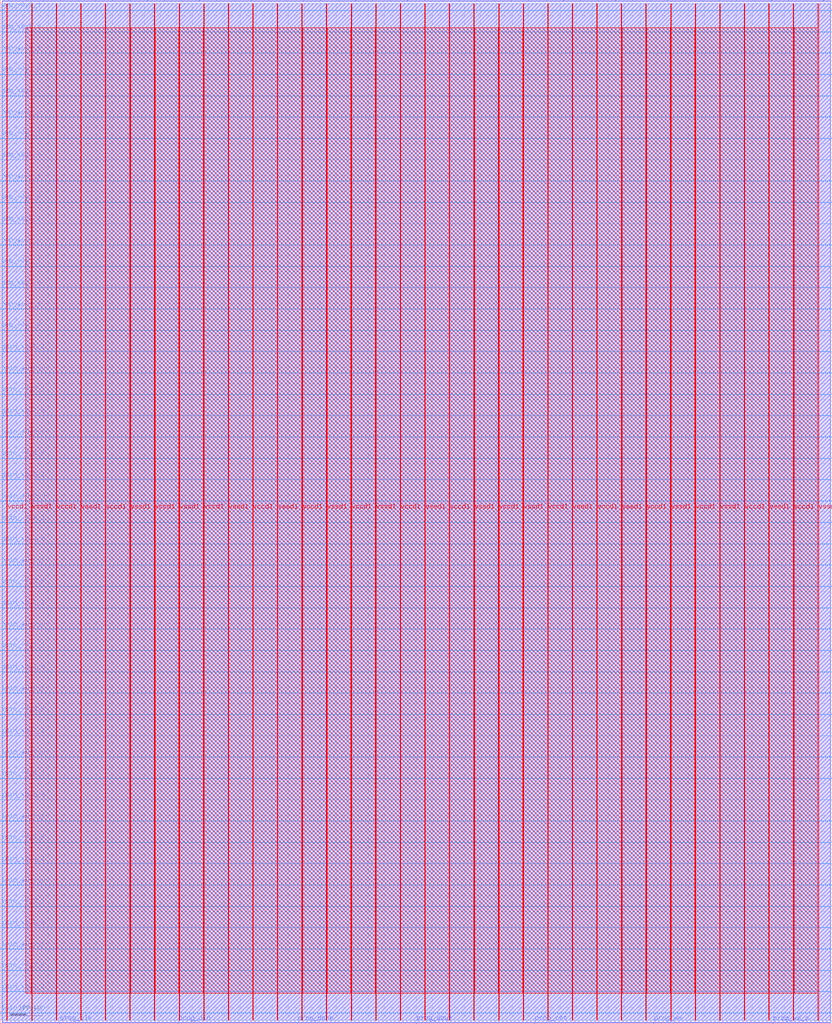
<source format=lef>
VERSION 5.7 ;
  NOWIREEXTENSIONATPIN ON ;
  DIVIDERCHAR "/" ;
  BUSBITCHARS "[]" ;
MACRO top
  CLASS BLOCK ;
  FOREIGN top ;
  ORIGIN 0.000 0.000 ;
  SIZE 2600.000 BY 3200.000 ;
  PIN ipin_x0y1_0
    DIRECTION INPUT ;
    USE SIGNAL ;
    PORT
      LAYER met3 ;
        RECT 0.000 33.360 4.000 33.960 ;
    END
  END ipin_x0y1_0
  PIN ipin_x0y1_1
    DIRECTION INPUT ;
    USE SIGNAL ;
    PORT
      LAYER met3 ;
        RECT 0.000 100.000 4.000 100.600 ;
    END
  END ipin_x0y1_1
  PIN ipin_x0y2_0
    DIRECTION INPUT ;
    USE SIGNAL ;
    PORT
      LAYER met3 ;
        RECT 0.000 166.640 4.000 167.240 ;
    END
  END ipin_x0y2_0
  PIN ipin_x0y2_1
    DIRECTION INPUT ;
    USE SIGNAL ;
    PORT
      LAYER met3 ;
        RECT 0.000 233.280 4.000 233.880 ;
    END
  END ipin_x0y2_1
  PIN ipin_x0y3_0
    DIRECTION INPUT ;
    USE SIGNAL ;
    PORT
      LAYER met3 ;
        RECT 0.000 299.920 4.000 300.520 ;
    END
  END ipin_x0y3_0
  PIN ipin_x0y3_1
    DIRECTION INPUT ;
    USE SIGNAL ;
    PORT
      LAYER met3 ;
        RECT 0.000 366.560 4.000 367.160 ;
    END
  END ipin_x0y3_1
  PIN ipin_x0y4_0
    DIRECTION INPUT ;
    USE SIGNAL ;
    PORT
      LAYER met3 ;
        RECT 0.000 433.200 4.000 433.800 ;
    END
  END ipin_x0y4_0
  PIN ipin_x0y4_1
    DIRECTION INPUT ;
    USE SIGNAL ;
    PORT
      LAYER met3 ;
        RECT 0.000 499.840 4.000 500.440 ;
    END
  END ipin_x0y4_1
  PIN ipin_x0y5_0
    DIRECTION INPUT ;
    USE SIGNAL ;
    PORT
      LAYER met3 ;
        RECT 0.000 566.480 4.000 567.080 ;
    END
  END ipin_x0y5_0
  PIN ipin_x0y5_1
    DIRECTION INPUT ;
    USE SIGNAL ;
    PORT
      LAYER met3 ;
        RECT 0.000 633.120 4.000 633.720 ;
    END
  END ipin_x0y5_1
  PIN ipin_x0y6_0
    DIRECTION INPUT ;
    USE SIGNAL ;
    PORT
      LAYER met3 ;
        RECT 0.000 699.760 4.000 700.360 ;
    END
  END ipin_x0y6_0
  PIN ipin_x0y6_1
    DIRECTION INPUT ;
    USE SIGNAL ;
    PORT
      LAYER met3 ;
        RECT 0.000 766.400 4.000 767.000 ;
    END
  END ipin_x0y6_1
  PIN ipin_x0y7_0
    DIRECTION INPUT ;
    USE SIGNAL ;
    PORT
      LAYER met3 ;
        RECT 0.000 833.040 4.000 833.640 ;
    END
  END ipin_x0y7_0
  PIN ipin_x0y7_1
    DIRECTION INPUT ;
    USE SIGNAL ;
    PORT
      LAYER met3 ;
        RECT 0.000 899.680 4.000 900.280 ;
    END
  END ipin_x0y7_1
  PIN ipin_x0y8_0
    DIRECTION INPUT ;
    USE SIGNAL ;
    PORT
      LAYER met3 ;
        RECT 0.000 966.320 4.000 966.920 ;
    END
  END ipin_x0y8_0
  PIN ipin_x0y8_1
    DIRECTION INPUT ;
    USE SIGNAL ;
    PORT
      LAYER met3 ;
        RECT 0.000 1032.960 4.000 1033.560 ;
    END
  END ipin_x0y8_1
  PIN ipin_x1y9_0
    DIRECTION INPUT ;
    USE SIGNAL ;
    PORT
      LAYER met2 ;
        RECT 26.770 3196.000 27.050 3200.000 ;
    END
  END ipin_x1y9_0
  PIN ipin_x1y9_1
    DIRECTION INPUT ;
    USE SIGNAL ;
    PORT
      LAYER met2 ;
        RECT 80.590 3196.000 80.870 3200.000 ;
    END
  END ipin_x1y9_1
  PIN ipin_x2y9_0
    DIRECTION INPUT ;
    USE SIGNAL ;
    PORT
      LAYER met2 ;
        RECT 134.870 3196.000 135.150 3200.000 ;
    END
  END ipin_x2y9_0
  PIN ipin_x2y9_1
    DIRECTION INPUT ;
    USE SIGNAL ;
    PORT
      LAYER met2 ;
        RECT 189.150 3196.000 189.430 3200.000 ;
    END
  END ipin_x2y9_1
  PIN ipin_x3y9_0
    DIRECTION INPUT ;
    USE SIGNAL ;
    PORT
      LAYER met2 ;
        RECT 243.430 3196.000 243.710 3200.000 ;
    END
  END ipin_x3y9_0
  PIN ipin_x3y9_1
    DIRECTION INPUT ;
    USE SIGNAL ;
    PORT
      LAYER met2 ;
        RECT 297.250 3196.000 297.530 3200.000 ;
    END
  END ipin_x3y9_1
  PIN ipin_x4y9_0
    DIRECTION INPUT ;
    USE SIGNAL ;
    PORT
      LAYER met2 ;
        RECT 351.530 3196.000 351.810 3200.000 ;
    END
  END ipin_x4y9_0
  PIN ipin_x4y9_1
    DIRECTION INPUT ;
    USE SIGNAL ;
    PORT
      LAYER met2 ;
        RECT 405.810 3196.000 406.090 3200.000 ;
    END
  END ipin_x4y9_1
  PIN ipin_x5y9_0
    DIRECTION INPUT ;
    USE SIGNAL ;
    PORT
      LAYER met2 ;
        RECT 460.090 3196.000 460.370 3200.000 ;
    END
  END ipin_x5y9_0
  PIN ipin_x5y9_1
    DIRECTION INPUT ;
    USE SIGNAL ;
    PORT
      LAYER met2 ;
        RECT 513.910 3196.000 514.190 3200.000 ;
    END
  END ipin_x5y9_1
  PIN ipin_x6y9_0
    DIRECTION INPUT ;
    USE SIGNAL ;
    PORT
      LAYER met2 ;
        RECT 568.190 3196.000 568.470 3200.000 ;
    END
  END ipin_x6y9_0
  PIN ipin_x6y9_1
    DIRECTION INPUT ;
    USE SIGNAL ;
    PORT
      LAYER met2 ;
        RECT 622.470 3196.000 622.750 3200.000 ;
    END
  END ipin_x6y9_1
  PIN ipin_x7y9_0
    DIRECTION INPUT ;
    USE SIGNAL ;
    PORT
      LAYER met2 ;
        RECT 676.750 3196.000 677.030 3200.000 ;
    END
  END ipin_x7y9_0
  PIN ipin_x7y9_1
    DIRECTION INPUT ;
    USE SIGNAL ;
    PORT
      LAYER met2 ;
        RECT 730.570 3196.000 730.850 3200.000 ;
    END
  END ipin_x7y9_1
  PIN ipin_x8y9_0
    DIRECTION INPUT ;
    USE SIGNAL ;
    PORT
      LAYER met2 ;
        RECT 784.850 3196.000 785.130 3200.000 ;
    END
  END ipin_x8y9_0
  PIN ipin_x8y9_1
    DIRECTION INPUT ;
    USE SIGNAL ;
    PORT
      LAYER met2 ;
        RECT 839.130 3196.000 839.410 3200.000 ;
    END
  END ipin_x8y9_1
  PIN ipin_x9y1_0
    DIRECTION INPUT ;
    USE SIGNAL ;
    PORT
      LAYER met3 ;
        RECT 2596.000 33.360 2600.000 33.960 ;
    END
  END ipin_x9y1_0
  PIN ipin_x9y1_1
    DIRECTION INPUT ;
    USE SIGNAL ;
    PORT
      LAYER met3 ;
        RECT 2596.000 100.000 2600.000 100.600 ;
    END
  END ipin_x9y1_1
  PIN ipin_x9y2_0
    DIRECTION INPUT ;
    USE SIGNAL ;
    PORT
      LAYER met3 ;
        RECT 2596.000 166.640 2600.000 167.240 ;
    END
  END ipin_x9y2_0
  PIN ipin_x9y2_1
    DIRECTION INPUT ;
    USE SIGNAL ;
    PORT
      LAYER met3 ;
        RECT 2596.000 233.280 2600.000 233.880 ;
    END
  END ipin_x9y2_1
  PIN ipin_x9y3_0
    DIRECTION INPUT ;
    USE SIGNAL ;
    PORT
      LAYER met3 ;
        RECT 2596.000 299.920 2600.000 300.520 ;
    END
  END ipin_x9y3_0
  PIN ipin_x9y3_1
    DIRECTION INPUT ;
    USE SIGNAL ;
    PORT
      LAYER met3 ;
        RECT 2596.000 366.560 2600.000 367.160 ;
    END
  END ipin_x9y3_1
  PIN ipin_x9y4_0
    DIRECTION INPUT ;
    USE SIGNAL ;
    PORT
      LAYER met3 ;
        RECT 2596.000 433.200 2600.000 433.800 ;
    END
  END ipin_x9y4_0
  PIN ipin_x9y4_1
    DIRECTION INPUT ;
    USE SIGNAL ;
    PORT
      LAYER met3 ;
        RECT 2596.000 499.840 2600.000 500.440 ;
    END
  END ipin_x9y4_1
  PIN ipin_x9y5_0
    DIRECTION INPUT ;
    USE SIGNAL ;
    PORT
      LAYER met3 ;
        RECT 2596.000 566.480 2600.000 567.080 ;
    END
  END ipin_x9y5_0
  PIN ipin_x9y5_1
    DIRECTION INPUT ;
    USE SIGNAL ;
    PORT
      LAYER met3 ;
        RECT 2596.000 633.120 2600.000 633.720 ;
    END
  END ipin_x9y5_1
  PIN ipin_x9y6_0
    DIRECTION INPUT ;
    USE SIGNAL ;
    PORT
      LAYER met3 ;
        RECT 2596.000 699.760 2600.000 700.360 ;
    END
  END ipin_x9y6_0
  PIN ipin_x9y6_1
    DIRECTION INPUT ;
    USE SIGNAL ;
    PORT
      LAYER met3 ;
        RECT 2596.000 766.400 2600.000 767.000 ;
    END
  END ipin_x9y6_1
  PIN ipin_x9y7_0
    DIRECTION INPUT ;
    USE SIGNAL ;
    PORT
      LAYER met3 ;
        RECT 2596.000 833.040 2600.000 833.640 ;
    END
  END ipin_x9y7_0
  PIN ipin_x9y7_1
    DIRECTION INPUT ;
    USE SIGNAL ;
    PORT
      LAYER met3 ;
        RECT 2596.000 899.680 2600.000 900.280 ;
    END
  END ipin_x9y7_1
  PIN ipin_x9y8_0
    DIRECTION INPUT ;
    USE SIGNAL ;
    PORT
      LAYER met3 ;
        RECT 2596.000 966.320 2600.000 966.920 ;
    END
  END ipin_x9y8_0
  PIN ipin_x9y8_1
    DIRECTION INPUT ;
    USE SIGNAL ;
    PORT
      LAYER met3 ;
        RECT 2596.000 1032.960 2600.000 1033.560 ;
    END
  END ipin_x9y8_1
  PIN oeb_x0y1_0
    DIRECTION OUTPUT TRISTATE ;
    USE SIGNAL ;
    PORT
      LAYER met3 ;
        RECT 0.000 2166.520 4.000 2167.120 ;
    END
  END oeb_x0y1_0
  PIN oeb_x0y1_1
    DIRECTION OUTPUT TRISTATE ;
    USE SIGNAL ;
    PORT
      LAYER met3 ;
        RECT 0.000 2233.160 4.000 2233.760 ;
    END
  END oeb_x0y1_1
  PIN oeb_x0y2_0
    DIRECTION OUTPUT TRISTATE ;
    USE SIGNAL ;
    PORT
      LAYER met3 ;
        RECT 0.000 2299.800 4.000 2300.400 ;
    END
  END oeb_x0y2_0
  PIN oeb_x0y2_1
    DIRECTION OUTPUT TRISTATE ;
    USE SIGNAL ;
    PORT
      LAYER met3 ;
        RECT 0.000 2366.440 4.000 2367.040 ;
    END
  END oeb_x0y2_1
  PIN oeb_x0y3_0
    DIRECTION OUTPUT TRISTATE ;
    USE SIGNAL ;
    PORT
      LAYER met3 ;
        RECT 0.000 2433.080 4.000 2433.680 ;
    END
  END oeb_x0y3_0
  PIN oeb_x0y3_1
    DIRECTION OUTPUT TRISTATE ;
    USE SIGNAL ;
    PORT
      LAYER met3 ;
        RECT 0.000 2499.720 4.000 2500.320 ;
    END
  END oeb_x0y3_1
  PIN oeb_x0y4_0
    DIRECTION OUTPUT TRISTATE ;
    USE SIGNAL ;
    PORT
      LAYER met3 ;
        RECT 0.000 2566.360 4.000 2566.960 ;
    END
  END oeb_x0y4_0
  PIN oeb_x0y4_1
    DIRECTION OUTPUT TRISTATE ;
    USE SIGNAL ;
    PORT
      LAYER met3 ;
        RECT 0.000 2633.000 4.000 2633.600 ;
    END
  END oeb_x0y4_1
  PIN oeb_x0y5_0
    DIRECTION OUTPUT TRISTATE ;
    USE SIGNAL ;
    PORT
      LAYER met3 ;
        RECT 0.000 2699.640 4.000 2700.240 ;
    END
  END oeb_x0y5_0
  PIN oeb_x0y5_1
    DIRECTION OUTPUT TRISTATE ;
    USE SIGNAL ;
    PORT
      LAYER met3 ;
        RECT 0.000 2766.280 4.000 2766.880 ;
    END
  END oeb_x0y5_1
  PIN oeb_x0y6_0
    DIRECTION OUTPUT TRISTATE ;
    USE SIGNAL ;
    PORT
      LAYER met3 ;
        RECT 0.000 2832.920 4.000 2833.520 ;
    END
  END oeb_x0y6_0
  PIN oeb_x0y6_1
    DIRECTION OUTPUT TRISTATE ;
    USE SIGNAL ;
    PORT
      LAYER met3 ;
        RECT 0.000 2899.560 4.000 2900.160 ;
    END
  END oeb_x0y6_1
  PIN oeb_x0y7_0
    DIRECTION OUTPUT TRISTATE ;
    USE SIGNAL ;
    PORT
      LAYER met3 ;
        RECT 0.000 2966.200 4.000 2966.800 ;
    END
  END oeb_x0y7_0
  PIN oeb_x0y7_1
    DIRECTION OUTPUT TRISTATE ;
    USE SIGNAL ;
    PORT
      LAYER met3 ;
        RECT 0.000 3032.840 4.000 3033.440 ;
    END
  END oeb_x0y7_1
  PIN oeb_x0y8_0
    DIRECTION OUTPUT TRISTATE ;
    USE SIGNAL ;
    PORT
      LAYER met3 ;
        RECT 0.000 3099.480 4.000 3100.080 ;
    END
  END oeb_x0y8_0
  PIN oeb_x0y8_1
    DIRECTION OUTPUT TRISTATE ;
    USE SIGNAL ;
    PORT
      LAYER met3 ;
        RECT 0.000 3166.120 4.000 3166.720 ;
    END
  END oeb_x0y8_1
  PIN oeb_x1y9_0
    DIRECTION OUTPUT TRISTATE ;
    USE SIGNAL ;
    PORT
      LAYER met2 ;
        RECT 1760.050 3196.000 1760.330 3200.000 ;
    END
  END oeb_x1y9_0
  PIN oeb_x1y9_1
    DIRECTION OUTPUT TRISTATE ;
    USE SIGNAL ;
    PORT
      LAYER met2 ;
        RECT 1813.870 3196.000 1814.150 3200.000 ;
    END
  END oeb_x1y9_1
  PIN oeb_x2y9_0
    DIRECTION OUTPUT TRISTATE ;
    USE SIGNAL ;
    PORT
      LAYER met2 ;
        RECT 1868.150 3196.000 1868.430 3200.000 ;
    END
  END oeb_x2y9_0
  PIN oeb_x2y9_1
    DIRECTION OUTPUT TRISTATE ;
    USE SIGNAL ;
    PORT
      LAYER met2 ;
        RECT 1922.430 3196.000 1922.710 3200.000 ;
    END
  END oeb_x2y9_1
  PIN oeb_x3y9_0
    DIRECTION OUTPUT TRISTATE ;
    USE SIGNAL ;
    PORT
      LAYER met2 ;
        RECT 1976.710 3196.000 1976.990 3200.000 ;
    END
  END oeb_x3y9_0
  PIN oeb_x3y9_1
    DIRECTION OUTPUT TRISTATE ;
    USE SIGNAL ;
    PORT
      LAYER met2 ;
        RECT 2030.530 3196.000 2030.810 3200.000 ;
    END
  END oeb_x3y9_1
  PIN oeb_x4y9_0
    DIRECTION OUTPUT TRISTATE ;
    USE SIGNAL ;
    PORT
      LAYER met2 ;
        RECT 2084.810 3196.000 2085.090 3200.000 ;
    END
  END oeb_x4y9_0
  PIN oeb_x4y9_1
    DIRECTION OUTPUT TRISTATE ;
    USE SIGNAL ;
    PORT
      LAYER met2 ;
        RECT 2139.090 3196.000 2139.370 3200.000 ;
    END
  END oeb_x4y9_1
  PIN oeb_x5y9_0
    DIRECTION OUTPUT TRISTATE ;
    USE SIGNAL ;
    PORT
      LAYER met2 ;
        RECT 2193.370 3196.000 2193.650 3200.000 ;
    END
  END oeb_x5y9_0
  PIN oeb_x5y9_1
    DIRECTION OUTPUT TRISTATE ;
    USE SIGNAL ;
    PORT
      LAYER met2 ;
        RECT 2247.190 3196.000 2247.470 3200.000 ;
    END
  END oeb_x5y9_1
  PIN oeb_x6y9_0
    DIRECTION OUTPUT TRISTATE ;
    USE SIGNAL ;
    PORT
      LAYER met2 ;
        RECT 2301.470 3196.000 2301.750 3200.000 ;
    END
  END oeb_x6y9_0
  PIN oeb_x6y9_1
    DIRECTION OUTPUT TRISTATE ;
    USE SIGNAL ;
    PORT
      LAYER met2 ;
        RECT 2355.750 3196.000 2356.030 3200.000 ;
    END
  END oeb_x6y9_1
  PIN oeb_x7y9_0
    DIRECTION OUTPUT TRISTATE ;
    USE SIGNAL ;
    PORT
      LAYER met2 ;
        RECT 2410.030 3196.000 2410.310 3200.000 ;
    END
  END oeb_x7y9_0
  PIN oeb_x7y9_1
    DIRECTION OUTPUT TRISTATE ;
    USE SIGNAL ;
    PORT
      LAYER met2 ;
        RECT 2463.850 3196.000 2464.130 3200.000 ;
    END
  END oeb_x7y9_1
  PIN oeb_x8y9_0
    DIRECTION OUTPUT TRISTATE ;
    USE SIGNAL ;
    PORT
      LAYER met2 ;
        RECT 2518.130 3196.000 2518.410 3200.000 ;
    END
  END oeb_x8y9_0
  PIN oeb_x8y9_1
    DIRECTION OUTPUT TRISTATE ;
    USE SIGNAL ;
    PORT
      LAYER met2 ;
        RECT 2572.410 3196.000 2572.690 3200.000 ;
    END
  END oeb_x8y9_1
  PIN oeb_x9y1_0
    DIRECTION OUTPUT TRISTATE ;
    USE SIGNAL ;
    PORT
      LAYER met3 ;
        RECT 2596.000 2166.520 2600.000 2167.120 ;
    END
  END oeb_x9y1_0
  PIN oeb_x9y1_1
    DIRECTION OUTPUT TRISTATE ;
    USE SIGNAL ;
    PORT
      LAYER met3 ;
        RECT 2596.000 2233.160 2600.000 2233.760 ;
    END
  END oeb_x9y1_1
  PIN oeb_x9y2_0
    DIRECTION OUTPUT TRISTATE ;
    USE SIGNAL ;
    PORT
      LAYER met3 ;
        RECT 2596.000 2299.800 2600.000 2300.400 ;
    END
  END oeb_x9y2_0
  PIN oeb_x9y2_1
    DIRECTION OUTPUT TRISTATE ;
    USE SIGNAL ;
    PORT
      LAYER met3 ;
        RECT 2596.000 2366.440 2600.000 2367.040 ;
    END
  END oeb_x9y2_1
  PIN oeb_x9y3_0
    DIRECTION OUTPUT TRISTATE ;
    USE SIGNAL ;
    PORT
      LAYER met3 ;
        RECT 2596.000 2433.080 2600.000 2433.680 ;
    END
  END oeb_x9y3_0
  PIN oeb_x9y3_1
    DIRECTION OUTPUT TRISTATE ;
    USE SIGNAL ;
    PORT
      LAYER met3 ;
        RECT 2596.000 2499.720 2600.000 2500.320 ;
    END
  END oeb_x9y3_1
  PIN oeb_x9y4_0
    DIRECTION OUTPUT TRISTATE ;
    USE SIGNAL ;
    PORT
      LAYER met3 ;
        RECT 2596.000 2566.360 2600.000 2566.960 ;
    END
  END oeb_x9y4_0
  PIN oeb_x9y4_1
    DIRECTION OUTPUT TRISTATE ;
    USE SIGNAL ;
    PORT
      LAYER met3 ;
        RECT 2596.000 2633.000 2600.000 2633.600 ;
    END
  END oeb_x9y4_1
  PIN oeb_x9y5_0
    DIRECTION OUTPUT TRISTATE ;
    USE SIGNAL ;
    PORT
      LAYER met3 ;
        RECT 2596.000 2699.640 2600.000 2700.240 ;
    END
  END oeb_x9y5_0
  PIN oeb_x9y5_1
    DIRECTION OUTPUT TRISTATE ;
    USE SIGNAL ;
    PORT
      LAYER met3 ;
        RECT 2596.000 2766.280 2600.000 2766.880 ;
    END
  END oeb_x9y5_1
  PIN oeb_x9y6_0
    DIRECTION OUTPUT TRISTATE ;
    USE SIGNAL ;
    PORT
      LAYER met3 ;
        RECT 2596.000 2832.920 2600.000 2833.520 ;
    END
  END oeb_x9y6_0
  PIN oeb_x9y6_1
    DIRECTION OUTPUT TRISTATE ;
    USE SIGNAL ;
    PORT
      LAYER met3 ;
        RECT 2596.000 2899.560 2600.000 2900.160 ;
    END
  END oeb_x9y6_1
  PIN oeb_x9y7_0
    DIRECTION OUTPUT TRISTATE ;
    USE SIGNAL ;
    PORT
      LAYER met3 ;
        RECT 2596.000 2966.200 2600.000 2966.800 ;
    END
  END oeb_x9y7_0
  PIN oeb_x9y7_1
    DIRECTION OUTPUT TRISTATE ;
    USE SIGNAL ;
    PORT
      LAYER met3 ;
        RECT 2596.000 3032.840 2600.000 3033.440 ;
    END
  END oeb_x9y7_1
  PIN oeb_x9y8_0
    DIRECTION OUTPUT TRISTATE ;
    USE SIGNAL ;
    PORT
      LAYER met3 ;
        RECT 2596.000 3099.480 2600.000 3100.080 ;
    END
  END oeb_x9y8_0
  PIN oeb_x9y8_1
    DIRECTION OUTPUT TRISTATE ;
    USE SIGNAL ;
    PORT
      LAYER met3 ;
        RECT 2596.000 3166.120 2600.000 3166.720 ;
    END
  END oeb_x9y8_1
  PIN opin_x0y1_0
    DIRECTION OUTPUT TRISTATE ;
    USE SIGNAL ;
    PORT
      LAYER met3 ;
        RECT 0.000 1099.600 4.000 1100.200 ;
    END
  END opin_x0y1_0
  PIN opin_x0y1_1
    DIRECTION OUTPUT TRISTATE ;
    USE SIGNAL ;
    PORT
      LAYER met3 ;
        RECT 0.000 1166.240 4.000 1166.840 ;
    END
  END opin_x0y1_1
  PIN opin_x0y2_0
    DIRECTION OUTPUT TRISTATE ;
    USE SIGNAL ;
    PORT
      LAYER met3 ;
        RECT 0.000 1232.880 4.000 1233.480 ;
    END
  END opin_x0y2_0
  PIN opin_x0y2_1
    DIRECTION OUTPUT TRISTATE ;
    USE SIGNAL ;
    PORT
      LAYER met3 ;
        RECT 0.000 1299.520 4.000 1300.120 ;
    END
  END opin_x0y2_1
  PIN opin_x0y3_0
    DIRECTION OUTPUT TRISTATE ;
    USE SIGNAL ;
    PORT
      LAYER met3 ;
        RECT 0.000 1366.160 4.000 1366.760 ;
    END
  END opin_x0y3_0
  PIN opin_x0y3_1
    DIRECTION OUTPUT TRISTATE ;
    USE SIGNAL ;
    PORT
      LAYER met3 ;
        RECT 0.000 1432.800 4.000 1433.400 ;
    END
  END opin_x0y3_1
  PIN opin_x0y4_0
    DIRECTION OUTPUT TRISTATE ;
    USE SIGNAL ;
    PORT
      LAYER met3 ;
        RECT 0.000 1499.440 4.000 1500.040 ;
    END
  END opin_x0y4_0
  PIN opin_x0y4_1
    DIRECTION OUTPUT TRISTATE ;
    USE SIGNAL ;
    PORT
      LAYER met3 ;
        RECT 0.000 1566.080 4.000 1566.680 ;
    END
  END opin_x0y4_1
  PIN opin_x0y5_0
    DIRECTION OUTPUT TRISTATE ;
    USE SIGNAL ;
    PORT
      LAYER met3 ;
        RECT 0.000 1633.400 4.000 1634.000 ;
    END
  END opin_x0y5_0
  PIN opin_x0y5_1
    DIRECTION OUTPUT TRISTATE ;
    USE SIGNAL ;
    PORT
      LAYER met3 ;
        RECT 0.000 1700.040 4.000 1700.640 ;
    END
  END opin_x0y5_1
  PIN opin_x0y6_0
    DIRECTION OUTPUT TRISTATE ;
    USE SIGNAL ;
    PORT
      LAYER met3 ;
        RECT 0.000 1766.680 4.000 1767.280 ;
    END
  END opin_x0y6_0
  PIN opin_x0y6_1
    DIRECTION OUTPUT TRISTATE ;
    USE SIGNAL ;
    PORT
      LAYER met3 ;
        RECT 0.000 1833.320 4.000 1833.920 ;
    END
  END opin_x0y6_1
  PIN opin_x0y7_0
    DIRECTION OUTPUT TRISTATE ;
    USE SIGNAL ;
    PORT
      LAYER met3 ;
        RECT 0.000 1899.960 4.000 1900.560 ;
    END
  END opin_x0y7_0
  PIN opin_x0y7_1
    DIRECTION OUTPUT TRISTATE ;
    USE SIGNAL ;
    PORT
      LAYER met3 ;
        RECT 0.000 1966.600 4.000 1967.200 ;
    END
  END opin_x0y7_1
  PIN opin_x0y8_0
    DIRECTION OUTPUT TRISTATE ;
    USE SIGNAL ;
    PORT
      LAYER met3 ;
        RECT 0.000 2033.240 4.000 2033.840 ;
    END
  END opin_x0y8_0
  PIN opin_x0y8_1
    DIRECTION OUTPUT TRISTATE ;
    USE SIGNAL ;
    PORT
      LAYER met3 ;
        RECT 0.000 2099.880 4.000 2100.480 ;
    END
  END opin_x0y8_1
  PIN opin_x1y9_0
    DIRECTION OUTPUT TRISTATE ;
    USE SIGNAL ;
    PORT
      LAYER met2 ;
        RECT 893.410 3196.000 893.690 3200.000 ;
    END
  END opin_x1y9_0
  PIN opin_x1y9_1
    DIRECTION OUTPUT TRISTATE ;
    USE SIGNAL ;
    PORT
      LAYER met2 ;
        RECT 947.230 3196.000 947.510 3200.000 ;
    END
  END opin_x1y9_1
  PIN opin_x2y9_0
    DIRECTION OUTPUT TRISTATE ;
    USE SIGNAL ;
    PORT
      LAYER met2 ;
        RECT 1001.510 3196.000 1001.790 3200.000 ;
    END
  END opin_x2y9_0
  PIN opin_x2y9_1
    DIRECTION OUTPUT TRISTATE ;
    USE SIGNAL ;
    PORT
      LAYER met2 ;
        RECT 1055.790 3196.000 1056.070 3200.000 ;
    END
  END opin_x2y9_1
  PIN opin_x3y9_0
    DIRECTION OUTPUT TRISTATE ;
    USE SIGNAL ;
    PORT
      LAYER met2 ;
        RECT 1110.070 3196.000 1110.350 3200.000 ;
    END
  END opin_x3y9_0
  PIN opin_x3y9_1
    DIRECTION OUTPUT TRISTATE ;
    USE SIGNAL ;
    PORT
      LAYER met2 ;
        RECT 1163.890 3196.000 1164.170 3200.000 ;
    END
  END opin_x3y9_1
  PIN opin_x4y9_0
    DIRECTION OUTPUT TRISTATE ;
    USE SIGNAL ;
    PORT
      LAYER met2 ;
        RECT 1218.170 3196.000 1218.450 3200.000 ;
    END
  END opin_x4y9_0
  PIN opin_x4y9_1
    DIRECTION OUTPUT TRISTATE ;
    USE SIGNAL ;
    PORT
      LAYER met2 ;
        RECT 1272.450 3196.000 1272.730 3200.000 ;
    END
  END opin_x4y9_1
  PIN opin_x5y9_0
    DIRECTION OUTPUT TRISTATE ;
    USE SIGNAL ;
    PORT
      LAYER met2 ;
        RECT 1326.730 3196.000 1327.010 3200.000 ;
    END
  END opin_x5y9_0
  PIN opin_x5y9_1
    DIRECTION OUTPUT TRISTATE ;
    USE SIGNAL ;
    PORT
      LAYER met2 ;
        RECT 1380.550 3196.000 1380.830 3200.000 ;
    END
  END opin_x5y9_1
  PIN opin_x6y9_0
    DIRECTION OUTPUT TRISTATE ;
    USE SIGNAL ;
    PORT
      LAYER met2 ;
        RECT 1434.830 3196.000 1435.110 3200.000 ;
    END
  END opin_x6y9_0
  PIN opin_x6y9_1
    DIRECTION OUTPUT TRISTATE ;
    USE SIGNAL ;
    PORT
      LAYER met2 ;
        RECT 1489.110 3196.000 1489.390 3200.000 ;
    END
  END opin_x6y9_1
  PIN opin_x7y9_0
    DIRECTION OUTPUT TRISTATE ;
    USE SIGNAL ;
    PORT
      LAYER met2 ;
        RECT 1543.390 3196.000 1543.670 3200.000 ;
    END
  END opin_x7y9_0
  PIN opin_x7y9_1
    DIRECTION OUTPUT TRISTATE ;
    USE SIGNAL ;
    PORT
      LAYER met2 ;
        RECT 1597.210 3196.000 1597.490 3200.000 ;
    END
  END opin_x7y9_1
  PIN opin_x8y9_0
    DIRECTION OUTPUT TRISTATE ;
    USE SIGNAL ;
    PORT
      LAYER met2 ;
        RECT 1651.490 3196.000 1651.770 3200.000 ;
    END
  END opin_x8y9_0
  PIN opin_x8y9_1
    DIRECTION OUTPUT TRISTATE ;
    USE SIGNAL ;
    PORT
      LAYER met2 ;
        RECT 1705.770 3196.000 1706.050 3200.000 ;
    END
  END opin_x8y9_1
  PIN opin_x9y1_0
    DIRECTION OUTPUT TRISTATE ;
    USE SIGNAL ;
    PORT
      LAYER met3 ;
        RECT 2596.000 1099.600 2600.000 1100.200 ;
    END
  END opin_x9y1_0
  PIN opin_x9y1_1
    DIRECTION OUTPUT TRISTATE ;
    USE SIGNAL ;
    PORT
      LAYER met3 ;
        RECT 2596.000 1166.240 2600.000 1166.840 ;
    END
  END opin_x9y1_1
  PIN opin_x9y2_0
    DIRECTION OUTPUT TRISTATE ;
    USE SIGNAL ;
    PORT
      LAYER met3 ;
        RECT 2596.000 1232.880 2600.000 1233.480 ;
    END
  END opin_x9y2_0
  PIN opin_x9y2_1
    DIRECTION OUTPUT TRISTATE ;
    USE SIGNAL ;
    PORT
      LAYER met3 ;
        RECT 2596.000 1299.520 2600.000 1300.120 ;
    END
  END opin_x9y2_1
  PIN opin_x9y3_0
    DIRECTION OUTPUT TRISTATE ;
    USE SIGNAL ;
    PORT
      LAYER met3 ;
        RECT 2596.000 1366.160 2600.000 1366.760 ;
    END
  END opin_x9y3_0
  PIN opin_x9y3_1
    DIRECTION OUTPUT TRISTATE ;
    USE SIGNAL ;
    PORT
      LAYER met3 ;
        RECT 2596.000 1432.800 2600.000 1433.400 ;
    END
  END opin_x9y3_1
  PIN opin_x9y4_0
    DIRECTION OUTPUT TRISTATE ;
    USE SIGNAL ;
    PORT
      LAYER met3 ;
        RECT 2596.000 1499.440 2600.000 1500.040 ;
    END
  END opin_x9y4_0
  PIN opin_x9y4_1
    DIRECTION OUTPUT TRISTATE ;
    USE SIGNAL ;
    PORT
      LAYER met3 ;
        RECT 2596.000 1566.080 2600.000 1566.680 ;
    END
  END opin_x9y4_1
  PIN opin_x9y5_0
    DIRECTION OUTPUT TRISTATE ;
    USE SIGNAL ;
    PORT
      LAYER met3 ;
        RECT 2596.000 1633.400 2600.000 1634.000 ;
    END
  END opin_x9y5_0
  PIN opin_x9y5_1
    DIRECTION OUTPUT TRISTATE ;
    USE SIGNAL ;
    PORT
      LAYER met3 ;
        RECT 2596.000 1700.040 2600.000 1700.640 ;
    END
  END opin_x9y5_1
  PIN opin_x9y6_0
    DIRECTION OUTPUT TRISTATE ;
    USE SIGNAL ;
    PORT
      LAYER met3 ;
        RECT 2596.000 1766.680 2600.000 1767.280 ;
    END
  END opin_x9y6_0
  PIN opin_x9y6_1
    DIRECTION OUTPUT TRISTATE ;
    USE SIGNAL ;
    PORT
      LAYER met3 ;
        RECT 2596.000 1833.320 2600.000 1833.920 ;
    END
  END opin_x9y6_1
  PIN opin_x9y7_0
    DIRECTION OUTPUT TRISTATE ;
    USE SIGNAL ;
    PORT
      LAYER met3 ;
        RECT 2596.000 1899.960 2600.000 1900.560 ;
    END
  END opin_x9y7_0
  PIN opin_x9y7_1
    DIRECTION OUTPUT TRISTATE ;
    USE SIGNAL ;
    PORT
      LAYER met3 ;
        RECT 2596.000 1966.600 2600.000 1967.200 ;
    END
  END opin_x9y7_1
  PIN opin_x9y8_0
    DIRECTION OUTPUT TRISTATE ;
    USE SIGNAL ;
    PORT
      LAYER met3 ;
        RECT 2596.000 2033.240 2600.000 2033.840 ;
    END
  END opin_x9y8_0
  PIN opin_x9y8_1
    DIRECTION OUTPUT TRISTATE ;
    USE SIGNAL ;
    PORT
      LAYER met3 ;
        RECT 2596.000 2099.880 2600.000 2100.480 ;
    END
  END opin_x9y8_1
  PIN prog_clk
    DIRECTION INPUT ;
    USE SIGNAL ;
    PORT
      LAYER met2 ;
        RECT 185.470 0.000 185.750 4.000 ;
    END
  END prog_clk
  PIN prog_din
    DIRECTION INPUT ;
    USE SIGNAL ;
    PORT
      LAYER met2 ;
        RECT 556.690 0.000 556.970 4.000 ;
    END
  END prog_din
  PIN prog_done
    DIRECTION INPUT ;
    USE SIGNAL ;
    PORT
      LAYER met2 ;
        RECT 927.910 0.000 928.190 4.000 ;
    END
  END prog_done
  PIN prog_dout
    DIRECTION OUTPUT TRISTATE ;
    USE SIGNAL ;
    PORT
      LAYER met2 ;
        RECT 1299.590 0.000 1299.870 4.000 ;
    END
  END prog_dout
  PIN prog_rst
    DIRECTION INPUT ;
    USE SIGNAL ;
    PORT
      LAYER met2 ;
        RECT 1670.810 0.000 1671.090 4.000 ;
    END
  END prog_rst
  PIN prog_we
    DIRECTION INPUT ;
    USE SIGNAL ;
    PORT
      LAYER met2 ;
        RECT 2042.490 0.000 2042.770 4.000 ;
    END
  END prog_we
  PIN prog_we_o
    DIRECTION OUTPUT TRISTATE ;
    USE SIGNAL ;
    PORT
      LAYER met2 ;
        RECT 2413.710 0.000 2413.990 4.000 ;
    END
  END prog_we_o
  PIN vccd1
    DIRECTION INPUT ;
    USE POWER ;
    PORT
      LAYER met4 ;
        RECT 21.040 10.640 22.640 3188.080 ;
    END
    PORT
      LAYER met4 ;
        RECT 174.640 10.640 176.240 3188.080 ;
    END
    PORT
      LAYER met4 ;
        RECT 328.240 10.640 329.840 3188.080 ;
    END
    PORT
      LAYER met4 ;
        RECT 481.840 10.640 483.440 3188.080 ;
    END
    PORT
      LAYER met4 ;
        RECT 635.440 10.640 637.040 3188.080 ;
    END
    PORT
      LAYER met4 ;
        RECT 789.040 10.640 790.640 3188.080 ;
    END
    PORT
      LAYER met4 ;
        RECT 942.640 10.640 944.240 3188.080 ;
    END
    PORT
      LAYER met4 ;
        RECT 1096.240 10.640 1097.840 3188.080 ;
    END
    PORT
      LAYER met4 ;
        RECT 1249.840 10.640 1251.440 3188.080 ;
    END
    PORT
      LAYER met4 ;
        RECT 1403.440 10.640 1405.040 3188.080 ;
    END
    PORT
      LAYER met4 ;
        RECT 1557.040 10.640 1558.640 3188.080 ;
    END
    PORT
      LAYER met4 ;
        RECT 1710.640 10.640 1712.240 3188.080 ;
    END
    PORT
      LAYER met4 ;
        RECT 1864.240 10.640 1865.840 3188.080 ;
    END
    PORT
      LAYER met4 ;
        RECT 2017.840 10.640 2019.440 3188.080 ;
    END
    PORT
      LAYER met4 ;
        RECT 2171.440 10.640 2173.040 3188.080 ;
    END
    PORT
      LAYER met4 ;
        RECT 2325.040 10.640 2326.640 3188.080 ;
    END
    PORT
      LAYER met4 ;
        RECT 2478.640 10.640 2480.240 3188.080 ;
    END
  END vccd1
  PIN vssd1
    DIRECTION INPUT ;
    USE GROUND ;
    PORT
      LAYER met4 ;
        RECT 97.840 10.640 99.440 3188.080 ;
    END
    PORT
      LAYER met4 ;
        RECT 251.440 10.640 253.040 3188.080 ;
    END
    PORT
      LAYER met4 ;
        RECT 405.040 10.640 406.640 3188.080 ;
    END
    PORT
      LAYER met4 ;
        RECT 558.640 10.640 560.240 3188.080 ;
    END
    PORT
      LAYER met4 ;
        RECT 712.240 10.640 713.840 3188.080 ;
    END
    PORT
      LAYER met4 ;
        RECT 865.840 10.640 867.440 3188.080 ;
    END
    PORT
      LAYER met4 ;
        RECT 1019.440 10.640 1021.040 3188.080 ;
    END
    PORT
      LAYER met4 ;
        RECT 1173.040 10.640 1174.640 3188.080 ;
    END
    PORT
      LAYER met4 ;
        RECT 1326.640 10.640 1328.240 3188.080 ;
    END
    PORT
      LAYER met4 ;
        RECT 1480.240 10.640 1481.840 3188.080 ;
    END
    PORT
      LAYER met4 ;
        RECT 1633.840 10.640 1635.440 3188.080 ;
    END
    PORT
      LAYER met4 ;
        RECT 1787.440 10.640 1789.040 3188.080 ;
    END
    PORT
      LAYER met4 ;
        RECT 1941.040 10.640 1942.640 3188.080 ;
    END
    PORT
      LAYER met4 ;
        RECT 2094.640 10.640 2096.240 3188.080 ;
    END
    PORT
      LAYER met4 ;
        RECT 2248.240 10.640 2249.840 3188.080 ;
    END
    PORT
      LAYER met4 ;
        RECT 2401.840 10.640 2403.440 3188.080 ;
    END
    PORT
      LAYER met4 ;
        RECT 2555.440 10.640 2557.040 3188.080 ;
    END
  END vssd1
  OBS
      LAYER li1 ;
        RECT 5.520 10.795 2594.400 3187.925 ;
      LAYER met1 ;
        RECT 5.520 10.640 2595.710 3188.080 ;
      LAYER met2 ;
        RECT 6.990 3195.720 26.490 3196.410 ;
        RECT 27.330 3195.720 80.310 3196.410 ;
        RECT 81.150 3195.720 134.590 3196.410 ;
        RECT 135.430 3195.720 188.870 3196.410 ;
        RECT 189.710 3195.720 243.150 3196.410 ;
        RECT 243.990 3195.720 296.970 3196.410 ;
        RECT 297.810 3195.720 351.250 3196.410 ;
        RECT 352.090 3195.720 405.530 3196.410 ;
        RECT 406.370 3195.720 459.810 3196.410 ;
        RECT 460.650 3195.720 513.630 3196.410 ;
        RECT 514.470 3195.720 567.910 3196.410 ;
        RECT 568.750 3195.720 622.190 3196.410 ;
        RECT 623.030 3195.720 676.470 3196.410 ;
        RECT 677.310 3195.720 730.290 3196.410 ;
        RECT 731.130 3195.720 784.570 3196.410 ;
        RECT 785.410 3195.720 838.850 3196.410 ;
        RECT 839.690 3195.720 893.130 3196.410 ;
        RECT 893.970 3195.720 946.950 3196.410 ;
        RECT 947.790 3195.720 1001.230 3196.410 ;
        RECT 1002.070 3195.720 1055.510 3196.410 ;
        RECT 1056.350 3195.720 1109.790 3196.410 ;
        RECT 1110.630 3195.720 1163.610 3196.410 ;
        RECT 1164.450 3195.720 1217.890 3196.410 ;
        RECT 1218.730 3195.720 1272.170 3196.410 ;
        RECT 1273.010 3195.720 1326.450 3196.410 ;
        RECT 1327.290 3195.720 1380.270 3196.410 ;
        RECT 1381.110 3195.720 1434.550 3196.410 ;
        RECT 1435.390 3195.720 1488.830 3196.410 ;
        RECT 1489.670 3195.720 1543.110 3196.410 ;
        RECT 1543.950 3195.720 1596.930 3196.410 ;
        RECT 1597.770 3195.720 1651.210 3196.410 ;
        RECT 1652.050 3195.720 1705.490 3196.410 ;
        RECT 1706.330 3195.720 1759.770 3196.410 ;
        RECT 1760.610 3195.720 1813.590 3196.410 ;
        RECT 1814.430 3195.720 1867.870 3196.410 ;
        RECT 1868.710 3195.720 1922.150 3196.410 ;
        RECT 1922.990 3195.720 1976.430 3196.410 ;
        RECT 1977.270 3195.720 2030.250 3196.410 ;
        RECT 2031.090 3195.720 2084.530 3196.410 ;
        RECT 2085.370 3195.720 2138.810 3196.410 ;
        RECT 2139.650 3195.720 2193.090 3196.410 ;
        RECT 2193.930 3195.720 2246.910 3196.410 ;
        RECT 2247.750 3195.720 2301.190 3196.410 ;
        RECT 2302.030 3195.720 2355.470 3196.410 ;
        RECT 2356.310 3195.720 2409.750 3196.410 ;
        RECT 2410.590 3195.720 2463.570 3196.410 ;
        RECT 2464.410 3195.720 2517.850 3196.410 ;
        RECT 2518.690 3195.720 2572.130 3196.410 ;
        RECT 2572.970 3195.720 2595.680 3196.410 ;
        RECT 6.990 4.280 2595.680 3195.720 ;
        RECT 6.990 3.670 185.190 4.280 ;
        RECT 186.030 3.670 556.410 4.280 ;
        RECT 557.250 3.670 927.630 4.280 ;
        RECT 928.470 3.670 1299.310 4.280 ;
        RECT 1300.150 3.670 1670.530 4.280 ;
        RECT 1671.370 3.670 2042.210 4.280 ;
        RECT 2043.050 3.670 2413.430 4.280 ;
        RECT 2414.270 3.670 2595.680 4.280 ;
      LAYER met3 ;
        RECT 4.000 3167.120 2596.000 3188.005 ;
        RECT 4.400 3165.720 2595.600 3167.120 ;
        RECT 4.000 3100.480 2596.000 3165.720 ;
        RECT 4.400 3099.080 2595.600 3100.480 ;
        RECT 4.000 3033.840 2596.000 3099.080 ;
        RECT 4.400 3032.440 2595.600 3033.840 ;
        RECT 4.000 2967.200 2596.000 3032.440 ;
        RECT 4.400 2965.800 2595.600 2967.200 ;
        RECT 4.000 2900.560 2596.000 2965.800 ;
        RECT 4.400 2899.160 2595.600 2900.560 ;
        RECT 4.000 2833.920 2596.000 2899.160 ;
        RECT 4.400 2832.520 2595.600 2833.920 ;
        RECT 4.000 2767.280 2596.000 2832.520 ;
        RECT 4.400 2765.880 2595.600 2767.280 ;
        RECT 4.000 2700.640 2596.000 2765.880 ;
        RECT 4.400 2699.240 2595.600 2700.640 ;
        RECT 4.000 2634.000 2596.000 2699.240 ;
        RECT 4.400 2632.600 2595.600 2634.000 ;
        RECT 4.000 2567.360 2596.000 2632.600 ;
        RECT 4.400 2565.960 2595.600 2567.360 ;
        RECT 4.000 2500.720 2596.000 2565.960 ;
        RECT 4.400 2499.320 2595.600 2500.720 ;
        RECT 4.000 2434.080 2596.000 2499.320 ;
        RECT 4.400 2432.680 2595.600 2434.080 ;
        RECT 4.000 2367.440 2596.000 2432.680 ;
        RECT 4.400 2366.040 2595.600 2367.440 ;
        RECT 4.000 2300.800 2596.000 2366.040 ;
        RECT 4.400 2299.400 2595.600 2300.800 ;
        RECT 4.000 2234.160 2596.000 2299.400 ;
        RECT 4.400 2232.760 2595.600 2234.160 ;
        RECT 4.000 2167.520 2596.000 2232.760 ;
        RECT 4.400 2166.120 2595.600 2167.520 ;
        RECT 4.000 2100.880 2596.000 2166.120 ;
        RECT 4.400 2099.480 2595.600 2100.880 ;
        RECT 4.000 2034.240 2596.000 2099.480 ;
        RECT 4.400 2032.840 2595.600 2034.240 ;
        RECT 4.000 1967.600 2596.000 2032.840 ;
        RECT 4.400 1966.200 2595.600 1967.600 ;
        RECT 4.000 1900.960 2596.000 1966.200 ;
        RECT 4.400 1899.560 2595.600 1900.960 ;
        RECT 4.000 1834.320 2596.000 1899.560 ;
        RECT 4.400 1832.920 2595.600 1834.320 ;
        RECT 4.000 1767.680 2596.000 1832.920 ;
        RECT 4.400 1766.280 2595.600 1767.680 ;
        RECT 4.000 1701.040 2596.000 1766.280 ;
        RECT 4.400 1699.640 2595.600 1701.040 ;
        RECT 4.000 1634.400 2596.000 1699.640 ;
        RECT 4.400 1633.000 2595.600 1634.400 ;
        RECT 4.000 1567.080 2596.000 1633.000 ;
        RECT 4.400 1565.680 2595.600 1567.080 ;
        RECT 4.000 1500.440 2596.000 1565.680 ;
        RECT 4.400 1499.040 2595.600 1500.440 ;
        RECT 4.000 1433.800 2596.000 1499.040 ;
        RECT 4.400 1432.400 2595.600 1433.800 ;
        RECT 4.000 1367.160 2596.000 1432.400 ;
        RECT 4.400 1365.760 2595.600 1367.160 ;
        RECT 4.000 1300.520 2596.000 1365.760 ;
        RECT 4.400 1299.120 2595.600 1300.520 ;
        RECT 4.000 1233.880 2596.000 1299.120 ;
        RECT 4.400 1232.480 2595.600 1233.880 ;
        RECT 4.000 1167.240 2596.000 1232.480 ;
        RECT 4.400 1165.840 2595.600 1167.240 ;
        RECT 4.000 1100.600 2596.000 1165.840 ;
        RECT 4.400 1099.200 2595.600 1100.600 ;
        RECT 4.000 1033.960 2596.000 1099.200 ;
        RECT 4.400 1032.560 2595.600 1033.960 ;
        RECT 4.000 967.320 2596.000 1032.560 ;
        RECT 4.400 965.920 2595.600 967.320 ;
        RECT 4.000 900.680 2596.000 965.920 ;
        RECT 4.400 899.280 2595.600 900.680 ;
        RECT 4.000 834.040 2596.000 899.280 ;
        RECT 4.400 832.640 2595.600 834.040 ;
        RECT 4.000 767.400 2596.000 832.640 ;
        RECT 4.400 766.000 2595.600 767.400 ;
        RECT 4.000 700.760 2596.000 766.000 ;
        RECT 4.400 699.360 2595.600 700.760 ;
        RECT 4.000 634.120 2596.000 699.360 ;
        RECT 4.400 632.720 2595.600 634.120 ;
        RECT 4.000 567.480 2596.000 632.720 ;
        RECT 4.400 566.080 2595.600 567.480 ;
        RECT 4.000 500.840 2596.000 566.080 ;
        RECT 4.400 499.440 2595.600 500.840 ;
        RECT 4.000 434.200 2596.000 499.440 ;
        RECT 4.400 432.800 2595.600 434.200 ;
        RECT 4.000 367.560 2596.000 432.800 ;
        RECT 4.400 366.160 2595.600 367.560 ;
        RECT 4.000 300.920 2596.000 366.160 ;
        RECT 4.400 299.520 2595.600 300.920 ;
        RECT 4.000 234.280 2596.000 299.520 ;
        RECT 4.400 232.880 2595.600 234.280 ;
        RECT 4.000 167.640 2596.000 232.880 ;
        RECT 4.400 166.240 2595.600 167.640 ;
        RECT 4.000 101.000 2596.000 166.240 ;
        RECT 4.400 99.600 2595.600 101.000 ;
        RECT 4.000 34.360 2596.000 99.600 ;
        RECT 4.400 32.960 2595.600 34.360 ;
        RECT 4.000 10.715 2596.000 32.960 ;
      LAYER met4 ;
        RECT 79.415 96.055 97.440 3112.185 ;
        RECT 99.840 96.055 174.240 3112.185 ;
        RECT 176.640 96.055 251.040 3112.185 ;
        RECT 253.440 96.055 327.840 3112.185 ;
        RECT 330.240 96.055 404.640 3112.185 ;
        RECT 407.040 96.055 481.440 3112.185 ;
        RECT 483.840 96.055 558.240 3112.185 ;
        RECT 560.640 96.055 635.040 3112.185 ;
        RECT 637.440 96.055 711.840 3112.185 ;
        RECT 714.240 96.055 788.640 3112.185 ;
        RECT 791.040 96.055 865.440 3112.185 ;
        RECT 867.840 96.055 942.240 3112.185 ;
        RECT 944.640 96.055 1019.040 3112.185 ;
        RECT 1021.440 96.055 1095.840 3112.185 ;
        RECT 1098.240 96.055 1172.640 3112.185 ;
        RECT 1175.040 96.055 1249.440 3112.185 ;
        RECT 1251.840 96.055 1326.240 3112.185 ;
        RECT 1328.640 96.055 1403.040 3112.185 ;
        RECT 1405.440 96.055 1479.840 3112.185 ;
        RECT 1482.240 96.055 1556.640 3112.185 ;
        RECT 1559.040 96.055 1633.440 3112.185 ;
        RECT 1635.840 96.055 1710.240 3112.185 ;
        RECT 1712.640 96.055 1787.040 3112.185 ;
        RECT 1789.440 96.055 1863.840 3112.185 ;
        RECT 1866.240 96.055 1940.640 3112.185 ;
        RECT 1943.040 96.055 2017.440 3112.185 ;
        RECT 2019.840 96.055 2094.240 3112.185 ;
        RECT 2096.640 96.055 2171.040 3112.185 ;
        RECT 2173.440 96.055 2247.840 3112.185 ;
        RECT 2250.240 96.055 2324.640 3112.185 ;
        RECT 2327.040 96.055 2401.440 3112.185 ;
        RECT 2403.840 96.055 2478.240 3112.185 ;
        RECT 2480.640 96.055 2555.040 3112.185 ;
        RECT 2557.440 96.055 2558.225 3112.185 ;
  END
END top
END LIBRARY


</source>
